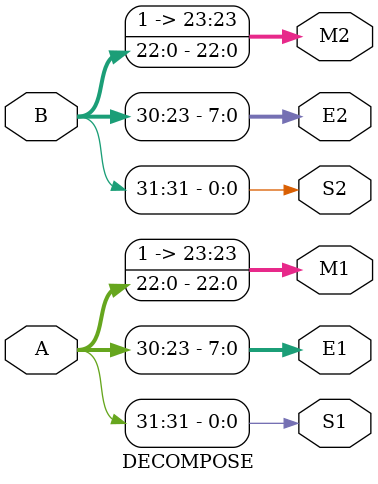
<source format=v>
module DECOMPOSE(
    input  wire [31:0] A,
    input  wire [31:0] B,
    output wire S1,
    output wire S2,
    output wire [7:0] E1,
    output wire [7:0] E2,
    output wire [23:0] M1,
    output wire [23:0] M2
);

assign S1 = A[31];
assign S2 = B[31];
assign E1 = A[30:23];
assign E2 = B[30:23];
assign M1 = {1'b1, A[22:0]};
assign M2 = {1'b1, B[22:0]};

endmodule
</source>
